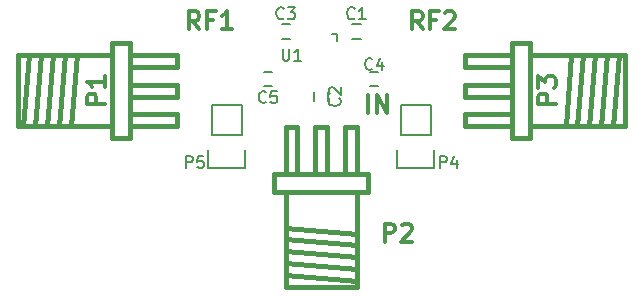
<source format=gto>
G04 #@! TF.FileFunction,Legend,Top*
%FSLAX46Y46*%
G04 Gerber Fmt 4.6, Leading zero omitted, Abs format (unit mm)*
G04 Created by KiCad (PCBNEW 4.0.2+dfsg1-stable) date Sa 25 Mär 2017 16:29:51 CET*
%MOMM*%
G01*
G04 APERTURE LIST*
%ADD10C,0.100000*%
%ADD11C,0.381000*%
%ADD12C,0.150000*%
%ADD13C,0.304800*%
G04 APERTURE END LIST*
D10*
D11*
X39200000Y12000000D02*
X38700000Y6000000D01*
X37700000Y6000000D02*
X38200000Y12000000D01*
X37200000Y12000000D02*
X36700000Y6000000D01*
X33700000Y5000000D02*
X32199360Y4999500D01*
X33700000Y13000000D02*
X32199360Y13000500D01*
X33700000Y5000000D02*
X33700000Y13000000D01*
X32199360Y10998980D02*
X28198860Y10998980D01*
X28198860Y10998980D02*
X28198860Y11999740D01*
X28198860Y11999740D02*
X32199360Y11999740D01*
X32199360Y8499620D02*
X28198860Y8499620D01*
X28198860Y8499620D02*
X28198860Y9500380D01*
X28198860Y9500380D02*
X32199360Y9500380D01*
X32199360Y6000260D02*
X28198860Y6000260D01*
X28198860Y6000260D02*
X28198860Y7001020D01*
X28198860Y7001020D02*
X32199360Y7001020D01*
X41700000Y6000000D02*
X33700000Y6000000D01*
X32199360Y4999500D02*
X32199360Y13000500D01*
X33700000Y12000000D02*
X41700000Y12000000D01*
X41700000Y12000000D02*
X41700000Y6000000D01*
X40200000Y12000000D02*
X39700000Y6000000D01*
X41200000Y12000000D02*
X40700000Y6000000D01*
X-7200000Y6000000D02*
X-6700000Y12000000D01*
X-5700000Y12000000D02*
X-6200000Y6000000D01*
X-5200000Y6000000D02*
X-4700000Y12000000D01*
X-1700000Y13000000D02*
X-199360Y13000500D01*
X-1700000Y5000000D02*
X-199360Y4999500D01*
X-1700000Y13000000D02*
X-1700000Y5000000D01*
X-199360Y7001020D02*
X3801140Y7001020D01*
X3801140Y7001020D02*
X3801140Y6000260D01*
X3801140Y6000260D02*
X-199360Y6000260D01*
X-199360Y9500380D02*
X3801140Y9500380D01*
X3801140Y9500380D02*
X3801140Y8499620D01*
X3801140Y8499620D02*
X-199360Y8499620D01*
X-199360Y11999740D02*
X3801140Y11999740D01*
X3801140Y11999740D02*
X3801140Y10998980D01*
X3801140Y10998980D02*
X-199360Y10998980D01*
X-9700000Y12000000D02*
X-1700000Y12000000D01*
X-199360Y13000500D02*
X-199360Y4999500D01*
X-1700000Y6000000D02*
X-9700000Y6000000D01*
X-9700000Y6000000D02*
X-9700000Y12000000D01*
X-8200000Y6000000D02*
X-7700000Y12000000D01*
X-9200000Y6000000D02*
X-8700000Y12000000D01*
D12*
X18650000Y14600000D02*
X19350000Y14600000D01*
X19350000Y13400000D02*
X18650000Y13400000D01*
X16600000Y8850000D02*
X16600000Y8150000D01*
X15400000Y8150000D02*
X15400000Y8850000D01*
X12650000Y14600000D02*
X13350000Y14600000D01*
X13350000Y13400000D02*
X12650000Y13400000D01*
X20150000Y10600000D02*
X20850000Y10600000D01*
X20850000Y9400000D02*
X20150000Y9400000D01*
X11850000Y9400000D02*
X11150000Y9400000D01*
X11150000Y10600000D02*
X11850000Y10600000D01*
D11*
X19000000Y-5100000D02*
X13000000Y-4600000D01*
X13000000Y-3600000D02*
X19000000Y-4100000D01*
X19000000Y-3100000D02*
X13000000Y-2600000D01*
X12000000Y400000D02*
X11999500Y1900640D01*
X20000000Y400000D02*
X20000500Y1900640D01*
X12000000Y400000D02*
X20000000Y400000D01*
X17998980Y1900640D02*
X17998980Y5901140D01*
X17998980Y5901140D02*
X18999740Y5901140D01*
X18999740Y5901140D02*
X18999740Y1900640D01*
X15499620Y1900640D02*
X15499620Y5901140D01*
X15499620Y5901140D02*
X16500380Y5901140D01*
X16500380Y5901140D02*
X16500380Y1900640D01*
X13000260Y1900640D02*
X13000260Y5901140D01*
X13000260Y5901140D02*
X14001020Y5901140D01*
X14001020Y5901140D02*
X14001020Y1900640D01*
X13000000Y-7600000D02*
X13000000Y400000D01*
X11999500Y1900640D02*
X20000500Y1900640D01*
X19000000Y400000D02*
X19000000Y-7600000D01*
X19000000Y-7600000D02*
X13000000Y-7600000D01*
X19000000Y-6100000D02*
X13000000Y-5600000D01*
X19000000Y-7100000D02*
X13000000Y-6600000D01*
D12*
X22730000Y5270000D02*
X22730000Y7810000D01*
X22450000Y2450000D02*
X22450000Y4000000D01*
X22730000Y5270000D02*
X25270000Y5270000D01*
X25550000Y4000000D02*
X25550000Y2450000D01*
X25550000Y2450000D02*
X22450000Y2450000D01*
X25270000Y5270000D02*
X25270000Y7810000D01*
X25270000Y7810000D02*
X22730000Y7810000D01*
X6730000Y5270000D02*
X6730000Y7810000D01*
X6450000Y2450000D02*
X6450000Y4000000D01*
X6730000Y5270000D02*
X9270000Y5270000D01*
X9550000Y4000000D02*
X9550000Y2450000D01*
X9550000Y2450000D02*
X6450000Y2450000D01*
X9270000Y5270000D02*
X9270000Y7810000D01*
X9270000Y7810000D02*
X6730000Y7810000D01*
X17330960Y13160780D02*
X17330960Y13770380D01*
X17330960Y13770380D02*
X16899160Y13780540D01*
D13*
X35889429Y7875143D02*
X34365429Y7875143D01*
X34365429Y8455715D01*
X34438000Y8600857D01*
X34510571Y8673429D01*
X34655714Y8746000D01*
X34873429Y8746000D01*
X35018571Y8673429D01*
X35091143Y8600857D01*
X35163714Y8455715D01*
X35163714Y7875143D01*
X34365429Y9254000D02*
X34365429Y10197429D01*
X34946000Y9689429D01*
X34946000Y9907143D01*
X35018571Y10052286D01*
X35091143Y10124857D01*
X35236286Y10197429D01*
X35599143Y10197429D01*
X35744286Y10124857D01*
X35816857Y10052286D01*
X35889429Y9907143D01*
X35889429Y9471715D01*
X35816857Y9326572D01*
X35744286Y9254000D01*
X24592857Y14210571D02*
X24084857Y14936286D01*
X23722000Y14210571D02*
X23722000Y15734571D01*
X24302572Y15734571D01*
X24447714Y15662000D01*
X24520286Y15589429D01*
X24592857Y15444286D01*
X24592857Y15226571D01*
X24520286Y15081429D01*
X24447714Y15008857D01*
X24302572Y14936286D01*
X23722000Y14936286D01*
X25754000Y15008857D02*
X25246000Y15008857D01*
X25246000Y14210571D02*
X25246000Y15734571D01*
X25971714Y15734571D01*
X26479715Y15589429D02*
X26552286Y15662000D01*
X26697429Y15734571D01*
X27060286Y15734571D01*
X27205429Y15662000D01*
X27278000Y15589429D01*
X27350572Y15444286D01*
X27350572Y15299143D01*
X27278000Y15081429D01*
X26407143Y14210571D01*
X27350572Y14210571D01*
X-2310571Y7875143D02*
X-3834571Y7875143D01*
X-3834571Y8455715D01*
X-3762000Y8600857D01*
X-3689429Y8673429D01*
X-3544286Y8746000D01*
X-3326571Y8746000D01*
X-3181429Y8673429D01*
X-3108857Y8600857D01*
X-3036286Y8455715D01*
X-3036286Y7875143D01*
X-2310571Y10197429D02*
X-2310571Y9326572D01*
X-2310571Y9762000D02*
X-3834571Y9762000D01*
X-3616857Y9616857D01*
X-3471714Y9471715D01*
X-3399143Y9326572D01*
X5692857Y14210571D02*
X5184857Y14936286D01*
X4822000Y14210571D02*
X4822000Y15734571D01*
X5402572Y15734571D01*
X5547714Y15662000D01*
X5620286Y15589429D01*
X5692857Y15444286D01*
X5692857Y15226571D01*
X5620286Y15081429D01*
X5547714Y15008857D01*
X5402572Y14936286D01*
X4822000Y14936286D01*
X6854000Y15008857D02*
X6346000Y15008857D01*
X6346000Y14210571D02*
X6346000Y15734571D01*
X7071714Y15734571D01*
X8450572Y14210571D02*
X7579715Y14210571D01*
X8015143Y14210571D02*
X8015143Y15734571D01*
X7870000Y15516857D01*
X7724858Y15371714D01*
X7579715Y15299143D01*
D12*
X18833334Y15142857D02*
X18785715Y15095238D01*
X18642858Y15047619D01*
X18547620Y15047619D01*
X18404762Y15095238D01*
X18309524Y15190476D01*
X18261905Y15285714D01*
X18214286Y15476190D01*
X18214286Y15619048D01*
X18261905Y15809524D01*
X18309524Y15904762D01*
X18404762Y16000000D01*
X18547620Y16047619D01*
X18642858Y16047619D01*
X18785715Y16000000D01*
X18833334Y15952381D01*
X19785715Y15047619D02*
X19214286Y15047619D01*
X19500000Y15047619D02*
X19500000Y16047619D01*
X19404762Y15904762D01*
X19309524Y15809524D01*
X19214286Y15761905D01*
X17557143Y8333334D02*
X17604762Y8285715D01*
X17652381Y8142858D01*
X17652381Y8047620D01*
X17604762Y7904762D01*
X17509524Y7809524D01*
X17414286Y7761905D01*
X17223810Y7714286D01*
X17080952Y7714286D01*
X16890476Y7761905D01*
X16795238Y7809524D01*
X16700000Y7904762D01*
X16652381Y8047620D01*
X16652381Y8142858D01*
X16700000Y8285715D01*
X16747619Y8333334D01*
X16747619Y8714286D02*
X16700000Y8761905D01*
X16652381Y8857143D01*
X16652381Y9095239D01*
X16700000Y9190477D01*
X16747619Y9238096D01*
X16842857Y9285715D01*
X16938095Y9285715D01*
X17080952Y9238096D01*
X17652381Y8666667D01*
X17652381Y9285715D01*
X12833334Y15142857D02*
X12785715Y15095238D01*
X12642858Y15047619D01*
X12547620Y15047619D01*
X12404762Y15095238D01*
X12309524Y15190476D01*
X12261905Y15285714D01*
X12214286Y15476190D01*
X12214286Y15619048D01*
X12261905Y15809524D01*
X12309524Y15904762D01*
X12404762Y16000000D01*
X12547620Y16047619D01*
X12642858Y16047619D01*
X12785715Y16000000D01*
X12833334Y15952381D01*
X13166667Y16047619D02*
X13785715Y16047619D01*
X13452381Y15666667D01*
X13595239Y15666667D01*
X13690477Y15619048D01*
X13738096Y15571429D01*
X13785715Y15476190D01*
X13785715Y15238095D01*
X13738096Y15142857D01*
X13690477Y15095238D01*
X13595239Y15047619D01*
X13309524Y15047619D01*
X13214286Y15095238D01*
X13166667Y15142857D01*
X20333334Y10842857D02*
X20285715Y10795238D01*
X20142858Y10747619D01*
X20047620Y10747619D01*
X19904762Y10795238D01*
X19809524Y10890476D01*
X19761905Y10985714D01*
X19714286Y11176190D01*
X19714286Y11319048D01*
X19761905Y11509524D01*
X19809524Y11604762D01*
X19904762Y11700000D01*
X20047620Y11747619D01*
X20142858Y11747619D01*
X20285715Y11700000D01*
X20333334Y11652381D01*
X21190477Y11414286D02*
X21190477Y10747619D01*
X20952381Y11795238D02*
X20714286Y11080952D01*
X21333334Y11080952D01*
X11333334Y8042857D02*
X11285715Y7995238D01*
X11142858Y7947619D01*
X11047620Y7947619D01*
X10904762Y7995238D01*
X10809524Y8090476D01*
X10761905Y8185714D01*
X10714286Y8376190D01*
X10714286Y8519048D01*
X10761905Y8709524D01*
X10809524Y8804762D01*
X10904762Y8900000D01*
X11047620Y8947619D01*
X11142858Y8947619D01*
X11285715Y8900000D01*
X11333334Y8852381D01*
X12238096Y8947619D02*
X11761905Y8947619D01*
X11714286Y8471429D01*
X11761905Y8519048D01*
X11857143Y8566667D01*
X12095239Y8566667D01*
X12190477Y8519048D01*
X12238096Y8471429D01*
X12285715Y8376190D01*
X12285715Y8138095D01*
X12238096Y8042857D01*
X12190477Y7995238D01*
X12095239Y7947619D01*
X11857143Y7947619D01*
X11761905Y7995238D01*
X11714286Y8042857D01*
D13*
X21375143Y-3789429D02*
X21375143Y-2265429D01*
X21955715Y-2265429D01*
X22100857Y-2338000D01*
X22173429Y-2410571D01*
X22246000Y-2555714D01*
X22246000Y-2773429D01*
X22173429Y-2918571D01*
X22100857Y-2991143D01*
X21955715Y-3063714D01*
X21375143Y-3063714D01*
X22826572Y-2410571D02*
X22899143Y-2338000D01*
X23044286Y-2265429D01*
X23407143Y-2265429D01*
X23552286Y-2338000D01*
X23624857Y-2410571D01*
X23697429Y-2555714D01*
X23697429Y-2700857D01*
X23624857Y-2918571D01*
X22754000Y-3789429D01*
X23697429Y-3789429D01*
X20001715Y7110571D02*
X20001715Y8634571D01*
X20727429Y7110571D02*
X20727429Y8634571D01*
X21598286Y7110571D01*
X21598286Y8634571D01*
D12*
X26061905Y2447619D02*
X26061905Y3447619D01*
X26442858Y3447619D01*
X26538096Y3400000D01*
X26585715Y3352381D01*
X26633334Y3257143D01*
X26633334Y3114286D01*
X26585715Y3019048D01*
X26538096Y2971429D01*
X26442858Y2923810D01*
X26061905Y2923810D01*
X27490477Y3114286D02*
X27490477Y2447619D01*
X27252381Y3495238D02*
X27014286Y2780952D01*
X27633334Y2780952D01*
X4561905Y2447619D02*
X4561905Y3447619D01*
X4942858Y3447619D01*
X5038096Y3400000D01*
X5085715Y3352381D01*
X5133334Y3257143D01*
X5133334Y3114286D01*
X5085715Y3019048D01*
X5038096Y2971429D01*
X4942858Y2923810D01*
X4561905Y2923810D01*
X6038096Y3447619D02*
X5561905Y3447619D01*
X5514286Y2971429D01*
X5561905Y3019048D01*
X5657143Y3066667D01*
X5895239Y3066667D01*
X5990477Y3019048D01*
X6038096Y2971429D01*
X6085715Y2876190D01*
X6085715Y2638095D01*
X6038096Y2542857D01*
X5990477Y2495238D01*
X5895239Y2447619D01*
X5657143Y2447619D01*
X5561905Y2495238D01*
X5514286Y2542857D01*
X12738095Y12547619D02*
X12738095Y11738095D01*
X12785714Y11642857D01*
X12833333Y11595238D01*
X12928571Y11547619D01*
X13119048Y11547619D01*
X13214286Y11595238D01*
X13261905Y11642857D01*
X13309524Y11738095D01*
X13309524Y12547619D01*
X14309524Y11547619D02*
X13738095Y11547619D01*
X14023809Y11547619D02*
X14023809Y12547619D01*
X13928571Y12404762D01*
X13833333Y12309524D01*
X13738095Y12261905D01*
M02*

</source>
